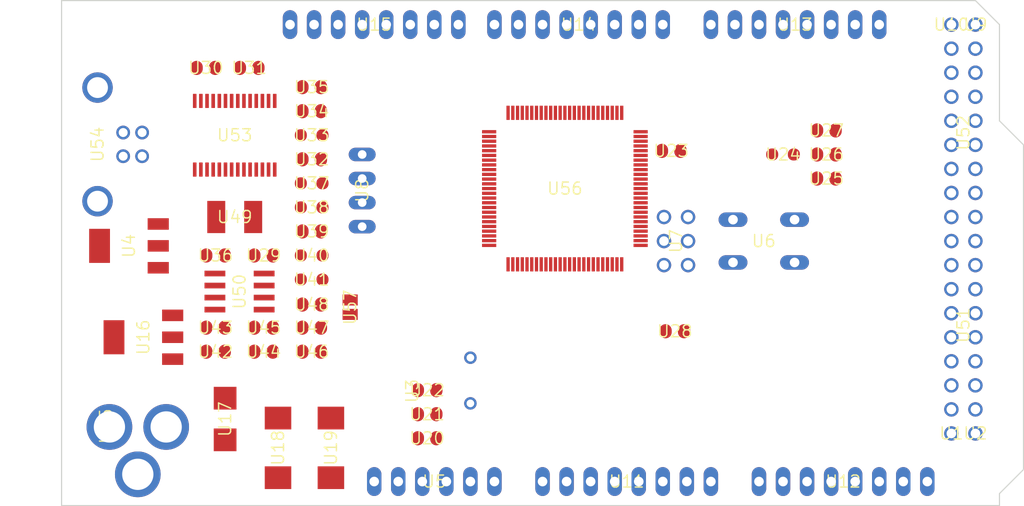
<source format=kicad_pcb>
(kicad_pcb (version 20221018) (generator pcbnew)
  (layers (0 "F.Cu" signal "Top") (31 "B.Cu" signal "Bottom") (34 "B.Paste" user) (35 "F.Paste" user) (36 "B.SilkS" user "B.Silkscreen") (37 "F.SilkS" user "F.Silkscreen") (38 "B.Mask" user) (39 "F.Mask" user) (44 "Edge.Cuts" user))
  (net 0 "")
  (net 1 "+5V")
  (net 2 "GND")
  (net 3 "N$6")
  (net 4 "N$7")
  (net 5 "AREF")
  (net 6 "RESET")
  (net 7 "VIN")
  (net 8 "N$3")
  (net 9 "PWRIN")
  (net 10 "M8RXD")
  (net 11 "M8TXD")
  (net 12 "ADC0")
  (net 13 "ADC2")
  (net 14 "ADC1")
  (net 15 "ADC3")
  (net 16 "ADC4")
  (net 17 "ADC5")
  (net 18 "ADC6")
  (net 19 "ADC7")
  (net 20 "+3V3")
  (net 21 "SDA")
  (net 22 "SCL")
  (net 23 "ADC9")
  (net 24 "ADC8")
  (net 25 "ADC10")
  (net 26 "ADC11")
  (net 27 "ADC12")
  (net 28 "ADC13")
  (net 29 "ADC14")
  (net 30 "ADC15")
  (net 31 "PB3")
  (net 32 "PB2")
  (net 33 "PB1")
  (net 34 "PB5")
  (net 35 "PB4")
  (net 36 "PE5")
  (net 37 "PE4")
  (net 38 "PE3")
  (net 39 "PE1")
  (net 40 "PE0")
  (net 41 "N$15")
  (net 42 "N$53")
  (net 43 "N$54")
  (net 44 "N$55")
  (net 45 "D-")
  (net 46 "D+")
  (net 47 "N$60")
  (net 48 "DTR")
  (net 49 "USBVCC")
  (net 50 "N$2")
  (net 51 "N$4")
  (net 52 "GATE_CMD")
  (net 53 "CMP")
  (net 54 "PB6")
  (net 55 "PH3")
  (net 56 "PH4")
  (net 57 "PH5")
  (net 58 "PH6")
  (net 59 "PG5")
  (net 60 "RXD1")
  (net 61 "TXD1")
  (net 62 "RXD2")
  (net 63 "RXD3")
  (net 64 "TXD2")
  (net 65 "TXD3")
  (net 66 "PC0")
  (net 67 "PC1")
  (net 68 "PC2")
  (net 69 "PC3")
  (net 70 "PC4")
  (net 71 "PC5")
  (net 72 "PC6")
  (net 73 "PC7")
  (net 74 "PB0")
  (net 75 "PG0")
  (net 76 "PG1")
  (net 77 "PG2")
  (net 78 "PD7")
  (net 79 "PA0")
  (net 80 "PA1")
  (net 81 "PA2")
  (net 82 "PA3")
  (net 83 "PA4")
  (net 84 "PA5")
  (net 85 "PA6")
  (net 86 "PA7")
  (net 87 "PL0")
  (net 88 "PL1")
  (net 89 "PL2")
  (net 90 "PL3")
  (net 91 "PL4")
  (net 92 "PL5")
  (net 93 "PL6")
  (net 94 "PL7")
  (net 95 "PB7")
  (net 96 "CTS")
  (net 97 "DSR")
  (net 98 "DCD")
  (net 99 "RI")
  (footprint "Arduino_MEGA_Reference_Design:2X03" (layer "F.Cu") (at 162.5981 103.7336 -90)
    (fp_text reference "U7")
    (fp_text value "")
  )
  (footprint "Arduino_MEGA_Reference_Design:1X08" (layer "F.Cu") (at 152.3111 80.8736 180)
    (fp_text reference "U14")
    (fp_text value "")
  )
  (footprint "Arduino_MEGA_Reference_Design:1X08" (layer "F.Cu") (at 130.7211 80.8736 180)
    (fp_text reference "U15")
    (fp_text value "")
  )
  (footprint "Arduino_MEGA_Reference_Design:SMC_D" (layer "F.Cu") (at 120.5611 125.5776 -90)
    (fp_text reference "U18")
    (fp_text value "")
  )
  (footprint "Arduino_MEGA_Reference_Design:SMC_D" (layer "F.Cu") (at 126.1491 125.5776 -90)
    (fp_text reference "U19")
    (fp_text value "")
  )
  (footprint "Arduino_MEGA_Reference_Design:B3F-10XX" (layer "F.Cu") (at 171.8691 103.7336 180)
    (fp_text reference "U6")
    (fp_text value "")
  )
  (footprint "Arduino_MEGA_Reference_Design:0805RND" (layer "F.Cu") (at 173.9011 94.5896 180)
    (fp_text reference "U24")
    (fp_text value "")
  )
  (footprint "Arduino_MEGA_Reference_Design:SMB" (layer "F.Cu") (at 114.9731 122.5296 -90)
    (fp_text reference "U17")
    (fp_text value "")
  )
  (footprint "Arduino_MEGA_Reference_Design:DC-21MM" (layer "F.Cu") (at 103.0351 123.2916 90)
    (fp_text reference "U55")
    (fp_text value "")
  )
  (footprint "Arduino_MEGA_Reference_Design:HC49_S" (layer "F.Cu") (at 140.8811 118.4656 90)
    (fp_text reference "U3")
    (fp_text value "")
  )
  (footprint "Arduino_MEGA_Reference_Design:SOT223" (layer "F.Cu") (at 106.3371 113.8936 90)
    (fp_text reference "U16")
    (fp_text value "")
  )
  (footprint "Arduino_MEGA_Reference_Design:1X06" (layer "F.Cu") (at 137.0711 129.1336)
    (fp_text reference "U5")
    (fp_text value "")
  )
  (footprint "Arduino_MEGA_Reference_Design:C0805RND" (layer "F.Cu") (at 124.1171 87.4776)
    (fp_text reference "U35")
    (fp_text value "")
  )
  (footprint "Arduino_MEGA_Reference_Design:C0805RND" (layer "F.Cu") (at 162.4711 113.2586)
    (fp_text reference "U28")
    (fp_text value "")
  )
  (footprint "Arduino_MEGA_Reference_Design:C0805RND" (layer "F.Cu") (at 136.3091 122.0216)
    (fp_text reference "U21")
    (fp_text value "")
  )
  (footprint "Arduino_MEGA_Reference_Design:C0805RND" (layer "F.Cu") (at 136.3091 119.4816)
    (fp_text reference "U22")
    (fp_text value "")
  )
  (footprint "Arduino_MEGA_Reference_Design:C0805RND" (layer "F.Cu") (at 113.9571 112.8776)
    (fp_text reference "U43")
    (fp_text value "")
  )
  (footprint "Arduino_MEGA_Reference_Design:RCL_0805RND" (layer "F.Cu") (at 124.1171 105.2576)
    (fp_text reference "U40")
    (fp_text value "")
  )
  (footprint "Arduino_MEGA_Reference_Design:RCL_0805RND" (layer "F.Cu") (at 124.1171 107.7976)
    (fp_text reference "U41")
    (fp_text value "")
  )
  (footprint "Arduino_MEGA_Reference_Design:1X08" (layer "F.Cu") (at 157.3911 129.1336)
    (fp_text reference "U11")
    (fp_text value "")
  )
  (footprint "Arduino_MEGA_Reference_Design:1X08" (layer "F.Cu") (at 175.1711 80.8736 180)
    (fp_text reference "U13")
    (fp_text value "")
  )
  (footprint "Arduino_MEGA_Reference_Design:R0805RND" (layer "F.Cu") (at 178.4731 94.5896 180)
    (fp_text reference "U26")
    (fp_text value "")
  )
  (footprint "Arduino_MEGA_Reference_Design:R0805RND" (layer "F.Cu") (at 178.4731 92.0496 180)
    (fp_text reference "U27")
    (fp_text value "")
  )
  (footprint "Arduino_MEGA_Reference_Design:TQFP100" (layer "F.Cu") (at 150.86109924316406 98.1899185180664 0)
    (fp_text reference "U56")
    (fp_text value "")
  )
  (footprint "Arduino_MEGA_Reference_Design:C0805RND" (layer "F.Cu") (at 162.0901 94.2086 180)
    (fp_text reference "U23")
    (fp_text value "")
  )
  (footprint "Arduino_MEGA_Reference_Design:C0805RND" (layer "F.Cu") (at 136.3091 124.5616)
    (fp_text reference "U20")
    (fp_text value "")
  )
  (footprint "Arduino_MEGA_Reference_Design:1X08" (layer "F.Cu") (at 180.2511 129.1336)
    (fp_text reference "U12")
    (fp_text value "")
  )
  (footprint "Arduino_MEGA_Reference_Design:R0805RND" (layer "F.Cu") (at 124.1171 112.8776)
    (fp_text reference "U47")
    (fp_text value "")
  )
  (footprint "Arduino_MEGA_Reference_Design:C0805RND" (layer "F.Cu") (at 124.1171 115.4176)
    (fp_text reference "U46")
    (fp_text value "")
  )
  (footprint "Arduino_MEGA_Reference_Design:C0805RND" (layer "F.Cu") (at 113.9571 105.2576)
    (fp_text reference "U36")
    (fp_text value "")
  )
  (footprint "Arduino_MEGA_Reference_Design:C0805RND" (layer "F.Cu") (at 112.9411 85.4456)
    (fp_text reference "U30")
    (fp_text value "")
  )
  (footprint "Arduino_MEGA_Reference_Design:0805RND" (layer "F.Cu") (at 124.1171 100.1776 180)
    (fp_text reference "U38")
    (fp_text value "")
  )
  (footprint "Arduino_MEGA_Reference_Design:0805RND" (layer "F.Cu") (at 124.1171 97.6376 180)
    (fp_text reference "U37")
    (fp_text value "")
  )
  (footprint "Arduino_MEGA_Reference_Design:R0805RND" (layer "F.Cu") (at 124.1171 95.0976)
    (fp_text reference "U32")
    (fp_text value "")
  )
  (footprint "Arduino_MEGA_Reference_Design:R0805RND" (layer "F.Cu") (at 124.1171 102.7176)
    (fp_text reference "U39")
    (fp_text value "")
  )
  (footprint "Arduino_MEGA_Reference_Design:SSOP28" (layer "F.Cu") (at 115.9891 92.5576)
    (fp_text reference "U53")
    (fp_text value "")
  )
  (footprint "Arduino_MEGA_Reference_Design:PN61729" (layer "F.Cu") (at 98.9584 93.5228 -90)
    (fp_text reference "U54")
    (fp_text value "")
  )
  (footprint "Arduino_MEGA_Reference_Design:L1812" (layer "F.Cu") (at 115.9891 101.1936)
    (fp_text reference "U49")
    (fp_text value "")
  )
  (footprint "Arduino_MEGA_Reference_Design:C0805RND" (layer "F.Cu") (at 117.5131 85.4456)
    (fp_text reference "U31")
    (fp_text value "")
  )
  (footprint "Arduino_MEGA_Reference_Design:0805RND" (layer "F.Cu") (at 124.1171 92.5576 180)
    (fp_text reference "U33")
    (fp_text value "")
  )
  (footprint "Arduino_MEGA_Reference_Design:R0805RND" (layer "F.Cu") (at 124.1171 90.0176 180)
    (fp_text reference "U34")
    (fp_text value "")
  )
  (footprint "Arduino_MEGA_Reference_Design:C0805RND" (layer "F.Cu") (at 124.1171 110.4392 180)
    (fp_text reference "U48")
    (fp_text value "")
  )
  (footprint "Arduino_MEGA_Reference_Design:SOT223" (layer "F.Cu") (at 104.8131 104.2416 90)
    (fp_text reference "U4")
    (fp_text value "")
  )
  (footprint "Arduino_MEGA_Reference_Design:SO08" (layer "F.Cu") (at 116.4971 109.0676 -90)
    (fp_text reference "U50")
    (fp_text value "")
  )
  (footprint "Arduino_MEGA_Reference_Design:R0805RND" (layer "F.Cu") (at 113.9571 115.4176 180)
    (fp_text reference "U42")
    (fp_text value "")
  )
  (footprint "Arduino_MEGA_Reference_Design:R0805RND" (layer "F.Cu") (at 119.0371 112.8776 180)
    (fp_text reference "U45")
    (fp_text value "")
  )
  (footprint "Arduino_MEGA_Reference_Design:C0805RND" (layer "F.Cu") (at 119.0371 115.4176 180)
    (fp_text reference "U44")
    (fp_text value "")
  )
  (footprint "Arduino_MEGA_Reference_Design:C0805RND" (layer "F.Cu") (at 119.0371 105.2576)
    (fp_text reference "U29")
    (fp_text value "")
  )
  (footprint "Arduino_MEGA_Reference_Design:2X08" (layer "F.Cu") (at 192.9511 92.3036 90)
    (fp_text reference "U52")
    (fp_text value "")
  )
  (footprint "Arduino_MEGA_Reference_Design:2X08" (layer "F.Cu") (at 192.9511 112.6236 90)
    (fp_text reference "U51")
    (fp_text value "")
  )
  (footprint "Arduino_MEGA_Reference_Design:R0805RND" (layer "F.Cu") (at 178.4731 97.1296 180)
    (fp_text reference "U25")
    (fp_text value "")
  )
  (footprint "Arduino_MEGA_Reference_Design:1X01" (layer "F.Cu") (at 191.6811 80.8736)
    (fp_text reference "U10")
    (fp_text value "")
  )
  (footprint "Arduino_MEGA_Reference_Design:1X01" (layer "F.Cu") (at 194.2211 80.8736)
    (fp_text reference "U9")
    (fp_text value "")
  )
  (footprint "Arduino_MEGA_Reference_Design:1X01" (layer "F.Cu") (at 191.6811 124.0536)
    (fp_text reference "U1")
    (fp_text value "")
  )
  (footprint "Arduino_MEGA_Reference_Design:1X01" (layer "F.Cu") (at 194.2211 124.0536)
    (fp_text reference "U2")
    (fp_text value "")
  )
  (footprint "Arduino_MEGA_Reference_Design:SJ" (layer "F.Cu") (at 128.1811 110.7186 -90)
    (fp_text reference "U57")
    (fp_text value "")
  )
  (footprint "Arduino_MEGA_Reference_Design:JP4" (layer "F.Cu") (at 129.4511 98.3996 -90)
    (fp_text reference "U8")
    (fp_text value "")
  )
  (gr_line (start 196.7611 80.8736) (end 196.7611 91.0336) (layer "Edge.Cuts") (width 0.12))
  (gr_line (start 196.7611 130.4036) (end 196.7611 131.6736) (layer "Edge.Cuts") (width 0.12))
  (gr_line (start 194.2211 78.3336) (end 196.7611 80.8736) (layer "Edge.Cuts") (width 0.12))
  (gr_line (start 97.7011 78.3336) (end 194.2211 78.3336) (layer "Edge.Cuts") (width 0.12))
  (gr_line (start 196.7611 91.0336) (end 199.3011 93.5736) (layer "Edge.Cuts") (width 0.12))
  (gr_line (start 97.7011 131.6736) (end 97.7011 78.3336) (layer "Edge.Cuts") (width 0.12))
  (gr_line (start 196.7611 131.6736) (end 97.7011 131.6736) (layer "Edge.Cuts") (width 0.12))
  (gr_line (start 199.3011 93.5736) (end 199.3011 127.8636) (layer "Edge.Cuts") (width 0.12))
  (gr_line (start 199.3011 127.8636) (end 196.7611 130.4036) (layer "Edge.Cuts") (width 0.12))
)
</source>
